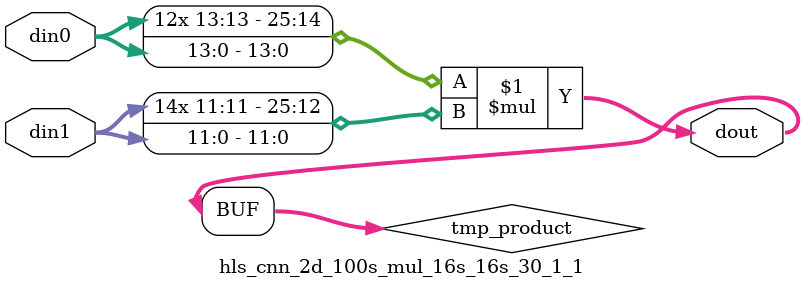
<source format=v>

`timescale 1 ns / 1 ps

  module hls_cnn_2d_100s_mul_16s_16s_30_1_1(din0, din1, dout);
parameter ID = 1;
parameter NUM_STAGE = 0;
parameter din0_WIDTH = 14;
parameter din1_WIDTH = 12;
parameter dout_WIDTH = 26;

input [din0_WIDTH - 1 : 0] din0; 
input [din1_WIDTH - 1 : 0] din1; 
output [dout_WIDTH - 1 : 0] dout;

wire signed [dout_WIDTH - 1 : 0] tmp_product;













assign tmp_product = $signed(din0) * $signed(din1);








assign dout = tmp_product;







endmodule

</source>
